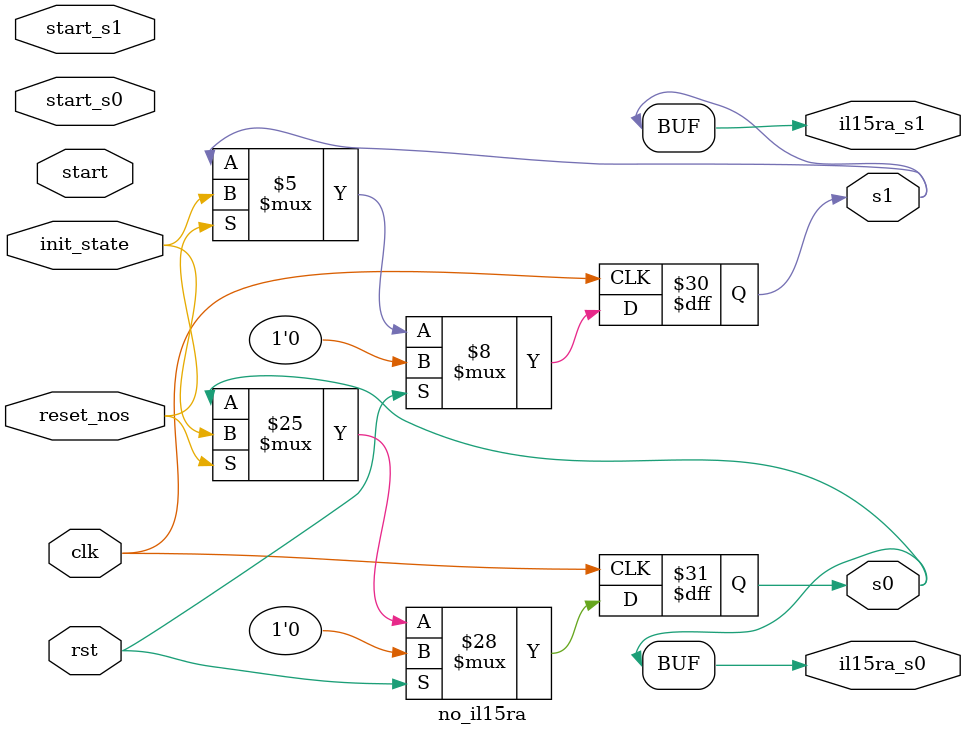
<source format=v>

module no_il15ra
(
  input clk,
  input start,
  input rst,
  input reset_nos,
  input start_s0,
  input start_s1,
  input init_state,
  output reg [1-1:0] s0,
  output reg [1-1:0] s1,
  output [1-1:0] il15ra_s0,
  output [1-1:0] il15ra_s1
);

  reg pass;

  always @(posedge clk) begin
    if(rst) begin
      s0 <= 1'd0;
      pass <= 1'b0;
    end else begin
      if(reset_nos) begin
        s0 <= init_state;
        pass <= 1;
      end else begin
        if(start_s0) begin
          if(pass) begin
            s0 <=  s0 ;
            pass <= 0;
          end else begin
            pass <= 1;
          end
        end 
      end
    end
  end


  always @(posedge clk) begin
    if(rst) begin
      s1 <= 1'd0;
    end else begin
      if(reset_nos) begin
        s1 <= init_state;
      end else begin
        if(start_s1) begin
          s1 <=  s1 ;
        end 
      end
    end
  end

  assign il15ra_s0 = s0;
  assign il15ra_s1 = s1;

endmodule

</source>
